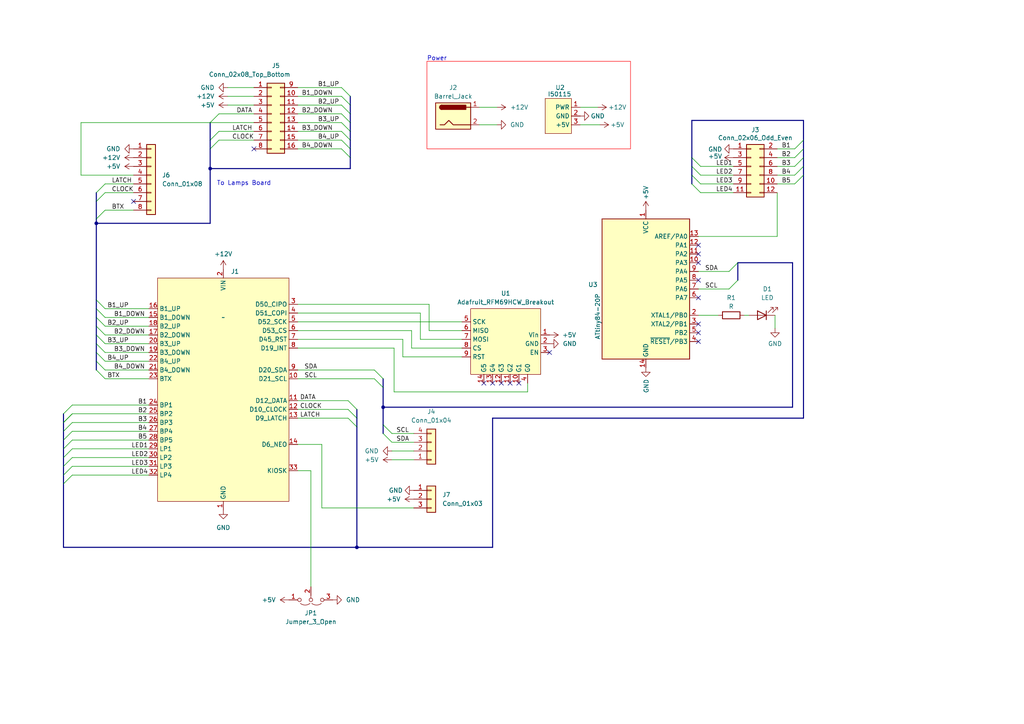
<source format=kicad_sch>
(kicad_sch (version 20230121) (generator eeschema)
  (paper "A4")
  (lib_symbols
    (symbol "Connector:Barrel_Jack" (pin_names (offset 1.016))
      (property "Reference" "J" (at 0 5.334 0))
      (property "Value" "Barrel_Jack" (at 0 -5.08 0))
      (symbol "Barrel_Jack_0_1"
        (rectangle (start -5.08 3.81) (end 5.08 -3.81) (stroke (width 0.254)) (fill (type background)))
        (arc (start -3.302 3.175) (mid -3.9343 2.54) (end -3.302 1.905) (stroke (width 0.254)))
        (arc (start -3.302 3.175) (mid -3.9343 2.54) (end -3.302 1.905) (stroke (width 0.254)) (fill (type outline)))
        (polyline (pts (xy 5.08 2.54) (xy 3.81 2.54)) (stroke (width 0.254)))
        (polyline (pts (xy -3.81 -2.54) (xy -2.54 -2.54) (xy -1.27 -1.27) (xy 0 -2.54) (xy 2.54 -2.54) (xy 5.08 -2.54)) (stroke (width 0.254)))
        (rectangle (start 3.683 3.175) (end -3.302 1.905) (stroke (width 0.254)) (fill (type outline)))
      )
      (symbol "Barrel_Jack_1_1"
        (pin passive line (at 7.62 2.54 180) (length 2.54) (name "~") (number "1"))
        (pin passive line (at 7.62 -2.54 180) (length 2.54) (name "~") (number "2"))
      )
    )
    (symbol "Connector_Generic:Conn_01x03" (pin_names (offset 1.016) hide)
      (property "Reference" "J" (at 0 5.08 0))
      (property "Value" "Conn_01x03" (at 0 -5.08 0))
      (symbol "Conn_01x03_1_1"
        (rectangle (start -1.27 -2.413) (end 0 -2.667) (stroke (width 0.1524)))
        (rectangle (start -1.27 0.127) (end 0 -0.127) (stroke (width 0.1524)))
        (rectangle (start -1.27 2.667) (end 0 2.413) (stroke (width 0.1524)))
        (rectangle (start -1.27 3.81) (end 1.27 -3.81) (stroke (width 0.254)) (fill (type background)))
        (pin passive line (at -5.08 2.54 0) (length 3.81) (name "Pin_1") (number "1"))
        (pin passive line (at -5.08 0 0) (length 3.81) (name "Pin_2") (number "2"))
        (pin passive line (at -5.08 -2.54 0) (length 3.81) (name "Pin_3") (number "3"))
      )
    )
    (symbol "Connector_Generic:Conn_01x04" (pin_names (offset 1.016) hide)
      (property "Reference" "J" (at 0 5.08 0))
      (property "Value" "Conn_01x04" (at 0 -7.62 0))
      (symbol "Conn_01x04_1_1"
        (rectangle (start -1.27 -4.953) (end 0 -5.207) (stroke (width 0.1524)))
        (rectangle (start -1.27 -2.413) (end 0 -2.667) (stroke (width 0.1524)))
        (rectangle (start -1.27 0.127) (end 0 -0.127) (stroke (width 0.1524)))
        (rectangle (start -1.27 2.667) (end 0 2.413) (stroke (width 0.1524)))
        (rectangle (start -1.27 3.81) (end 1.27 -6.35) (stroke (width 0.254)) (fill (type background)))
        (pin passive line (at -5.08 2.54 0) (length 3.81) (name "Pin_1") (number "1"))
        (pin passive line (at -5.08 0 0) (length 3.81) (name "Pin_2") (number "2"))
        (pin passive line (at -5.08 -2.54 0) (length 3.81) (name "Pin_3") (number "3"))
        (pin passive line (at -5.08 -5.08 0) (length 3.81) (name "Pin_4") (number "4"))
      )
    )
    (symbol "Connector_Generic:Conn_01x08" (pin_names (offset 1.016) hide)
      (property "Reference" "J" (at 0 10.16 0))
      (property "Value" "Conn_01x08" (at 0 -12.7 0))
      (symbol "Conn_01x08_1_1"
        (rectangle (start -1.27 -10.033) (end 0 -10.287) (stroke (width 0.1524)))
        (rectangle (start -1.27 -7.493) (end 0 -7.747) (stroke (width 0.1524)))
        (rectangle (start -1.27 -4.953) (end 0 -5.207) (stroke (width 0.1524)))
        (rectangle (start -1.27 -2.413) (end 0 -2.667) (stroke (width 0.1524)))
        (rectangle (start -1.27 0.127) (end 0 -0.127) (stroke (width 0.1524)))
        (rectangle (start -1.27 2.667) (end 0 2.413) (stroke (width 0.1524)))
        (rectangle (start -1.27 5.207) (end 0 4.953) (stroke (width 0.1524)))
        (rectangle (start -1.27 7.747) (end 0 7.493) (stroke (width 0.1524)))
        (rectangle (start -1.27 8.89) (end 1.27 -11.43) (stroke (width 0.254)) (fill (type background)))
        (pin passive line (at -5.08 7.62 0) (length 3.81) (name "Pin_1") (number "1"))
        (pin passive line (at -5.08 5.08 0) (length 3.81) (name "Pin_2") (number "2"))
        (pin passive line (at -5.08 2.54 0) (length 3.81) (name "Pin_3") (number "3"))
        (pin passive line (at -5.08 0 0) (length 3.81) (name "Pin_4") (number "4"))
        (pin passive line (at -5.08 -2.54 0) (length 3.81) (name "Pin_5") (number "5"))
        (pin passive line (at -5.08 -5.08 0) (length 3.81) (name "Pin_6") (number "6"))
        (pin passive line (at -5.08 -7.62 0) (length 3.81) (name "Pin_7") (number "7"))
        (pin passive line (at -5.08 -10.16 0) (length 3.81) (name "Pin_8") (number "8"))
      )
    )
    (symbol "Connector_Generic:Conn_02x06_Odd_Even" (pin_names (offset 1.016) hide)
      (property "Reference" "J" (at 1.27 7.62 0))
      (property "Value" "Conn_02x06_Odd_Even" (at 1.27 -10.16 0))
      (symbol "Conn_02x06_Odd_Even_1_1"
        (rectangle (start -1.27 -7.493) (end 0 -7.747) (stroke (width 0.1524)))
        (rectangle (start -1.27 -4.953) (end 0 -5.207) (stroke (width 0.1524)))
        (rectangle (start -1.27 -2.413) (end 0 -2.667) (stroke (width 0.1524)))
        (rectangle (start -1.27 0.127) (end 0 -0.127) (stroke (width 0.1524)))
        (rectangle (start -1.27 2.667) (end 0 2.413) (stroke (width 0.1524)))
        (rectangle (start -1.27 5.207) (end 0 4.953) (stroke (width 0.1524)))
        (rectangle (start -1.27 6.35) (end 3.81 -8.89) (stroke (width 0.254)) (fill (type background)))
        (rectangle (start 3.81 -7.493) (end 2.54 -7.747) (stroke (width 0.1524)))
        (rectangle (start 3.81 -4.953) (end 2.54 -5.207) (stroke (width 0.1524)))
        (rectangle (start 3.81 -2.413) (end 2.54 -2.667) (stroke (width 0.1524)))
        (rectangle (start 3.81 0.127) (end 2.54 -0.127) (stroke (width 0.1524)))
        (rectangle (start 3.81 2.667) (end 2.54 2.413) (stroke (width 0.1524)))
        (rectangle (start 3.81 5.207) (end 2.54 4.953) (stroke (width 0.1524)))
        (pin passive line (at -5.08 5.08 0) (length 3.81) (name "Pin_1") (number "1"))
        (pin passive line (at 7.62 -5.08 180) (length 3.81) (name "Pin_10") (number "10"))
        (pin passive line (at -5.08 -7.62 0) (length 3.81) (name "Pin_11") (number "11"))
        (pin passive line (at 7.62 -7.62 180) (length 3.81) (name "Pin_12") (number "12"))
        (pin passive line (at 7.62 5.08 180) (length 3.81) (name "Pin_2") (number "2"))
        (pin passive line (at -5.08 2.54 0) (length 3.81) (name "Pin_3") (number "3"))
        (pin passive line (at 7.62 2.54 180) (length 3.81) (name "Pin_4") (number "4"))
        (pin passive line (at -5.08 0 0) (length 3.81) (name "Pin_5") (number "5"))
        (pin passive line (at 7.62 0 180) (length 3.81) (name "Pin_6") (number "6"))
        (pin passive line (at -5.08 -2.54 0) (length 3.81) (name "Pin_7") (number "7"))
        (pin passive line (at 7.62 -2.54 180) (length 3.81) (name "Pin_8") (number "8"))
        (pin passive line (at -5.08 -5.08 0) (length 3.81) (name "Pin_9") (number "9"))
      )
    )
    (symbol "Connector_Generic:Conn_02x08_Top_Bottom" (pin_names (offset 1.016) hide)
      (property "Reference" "J" (at 1.27 10.16 0))
      (property "Value" "Conn_02x08_Top_Bottom" (at 1.27 -12.7 0))
      (symbol "Conn_02x08_Top_Bottom_1_1"
        (rectangle (start -1.27 -10.033) (end 0 -10.287) (stroke (width 0.1524)))
        (rectangle (start -1.27 -7.493) (end 0 -7.747) (stroke (width 0.1524)))
        (rectangle (start -1.27 -4.953) (end 0 -5.207) (stroke (width 0.1524)))
        (rectangle (start -1.27 -2.413) (end 0 -2.667) (stroke (width 0.1524)))
        (rectangle (start -1.27 0.127) (end 0 -0.127) (stroke (width 0.1524)))
        (rectangle (start -1.27 2.667) (end 0 2.413) (stroke (width 0.1524)))
        (rectangle (start -1.27 5.207) (end 0 4.953) (stroke (width 0.1524)))
        (rectangle (start -1.27 7.747) (end 0 7.493) (stroke (width 0.1524)))
        (rectangle (start -1.27 8.89) (end 3.81 -11.43) (stroke (width 0.254)) (fill (type background)))
        (rectangle (start 3.81 -10.033) (end 2.54 -10.287) (stroke (width 0.1524)))
        (rectangle (start 3.81 -7.493) (end 2.54 -7.747) (stroke (width 0.1524)))
        (rectangle (start 3.81 -4.953) (end 2.54 -5.207) (stroke (width 0.1524)))
        (rectangle (start 3.81 -2.413) (end 2.54 -2.667) (stroke (width 0.1524)))
        (rectangle (start 3.81 0.127) (end 2.54 -0.127) (stroke (width 0.1524)))
        (rectangle (start 3.81 2.667) (end 2.54 2.413) (stroke (width 0.1524)))
        (rectangle (start 3.81 5.207) (end 2.54 4.953) (stroke (width 0.1524)))
        (rectangle (start 3.81 7.747) (end 2.54 7.493) (stroke (width 0.1524)))
        (pin passive line (at -5.08 7.62 0) (length 3.81) (name "Pin_1") (number "1"))
        (pin passive line (at 7.62 5.08 180) (length 3.81) (name "Pin_10") (number "10"))
        (pin passive line (at 7.62 2.54 180) (length 3.81) (name "Pin_11") (number "11"))
        (pin passive line (at 7.62 0 180) (length 3.81) (name "Pin_12") (number "12"))
        (pin passive line (at 7.62 -2.54 180) (length 3.81) (name "Pin_13") (number "13"))
        (pin passive line (at 7.62 -5.08 180) (length 3.81) (name "Pin_14") (number "14"))
        (pin passive line (at 7.62 -7.62 180) (length 3.81) (name "Pin_15") (number "15"))
        (pin passive line (at 7.62 -10.16 180) (length 3.81) (name "Pin_16") (number "16"))
        (pin passive line (at -5.08 5.08 0) (length 3.81) (name "Pin_2") (number "2"))
        (pin passive line (at -5.08 2.54 0) (length 3.81) (name "Pin_3") (number "3"))
        (pin passive line (at -5.08 0 0) (length 3.81) (name "Pin_4") (number "4"))
        (pin passive line (at -5.08 -2.54 0) (length 3.81) (name "Pin_5") (number "5"))
        (pin passive line (at -5.08 -5.08 0) (length 3.81) (name "Pin_6") (number "6"))
        (pin passive line (at -5.08 -7.62 0) (length 3.81) (name "Pin_7") (number "7"))
        (pin passive line (at -5.08 -10.16 0) (length 3.81) (name "Pin_8") (number "8"))
        (pin passive line (at 7.62 7.62 180) (length 3.81) (name "Pin_9") (number "9"))
      )
    )
    (symbol "Device:LED" (pin_numbers hide) (pin_names (offset 1.016) hide)
      (property "Reference" "D" (at 0 2.54 0))
      (property "Value" "LED" (at 0 -2.54 0))
      (symbol "LED_0_1"
        (polyline (pts (xy -1.27 -1.27) (xy -1.27 1.27)) (stroke (width 0.254)))
        (polyline (pts (xy -1.27 0) (xy 1.27 0)))
        (polyline (pts (xy 1.27 -1.27) (xy 1.27 1.27) (xy -1.27 0) (xy 1.27 -1.27)) (stroke (width 0.254)))
        (polyline (pts (xy -3.048 -0.762) (xy -4.572 -2.286) (xy -3.81 -2.286) (xy -4.572 -2.286) (xy -4.572 -1.524)))
        (polyline (pts (xy -1.778 -0.762) (xy -3.302 -2.286) (xy -2.54 -2.286) (xy -3.302 -2.286) (xy -3.302 -1.524)))
      )
      (symbol "LED_1_1"
        (pin passive line (at -3.81 0 0) (length 2.54) (name "K") (number "1"))
        (pin passive line (at 3.81 0 180) (length 2.54) (name "A") (number "2"))
      )
    )
    (symbol "Device:R" (pin_numbers hide) (pin_names (offset 0))
      (property "Reference" "R" (at 2.032 0 90))
      (property "Value" "R" (at 0 0 90))
      (symbol "R_0_1"
        (rectangle (start -1.016 -2.54) (end 1.016 2.54) (stroke (width 0.254)))
      )
      (symbol "R_1_1"
        (pin passive line (at 0 3.81 270) (length 1.27) (name "~") (number "1"))
        (pin passive line (at 0 -3.81 90) (length 1.27) (name "~") (number "2"))
      )
    )
    (symbol "Jumper:Jumper_3_Open" (pin_names (offset 0) hide)
      (property "Reference" "JP" (at -2.54 -2.54 0))
      (property "Value" "Jumper_3_Open" (at 0 2.794 0))
      (symbol "Jumper_3_Open_0_0"
        (circle (center -3.302 0) (radius 0.508))
        (circle (center 0 0) (radius 0.508))
        (circle (center 3.302 0) (radius 0.508))
      )
      (symbol "Jumper_3_Open_0_1"
        (arc (start -0.254 1.016) (mid -1.651 1.4992) (end -3.048 1.016))
        (polyline (pts (xy 0 -0.508) (xy 0 -1.27)))
        (arc (start 3.048 1.016) (mid 1.651 1.4992) (end 0.254 1.016))
      )
      (symbol "Jumper_3_Open_1_1"
        (pin passive line (at -6.35 0 0) (length 2.54) (name "A") (number "1"))
        (pin passive line (at 0 -3.81 90) (length 2.54) (name "C") (number "2"))
        (pin passive line (at 6.35 0 180) (length 2.54) (name "B") (number "3"))
      )
    )
    (symbol "MCU_Microchip_ATtiny:ATtiny84-20P"
      (property "Reference" "U" (at -12.7 21.59 0))
      (property "Value" "ATtiny84-20P" (at 2.54 -21.59 0))
      (symbol "ATtiny84-20P_0_1"
        (rectangle (start -12.7 -20.32) (end 12.7 20.32) (stroke (width 0.254)) (fill (type background)))
      )
      (symbol "ATtiny84-20P_1_1"
        (pin power_in line (at 0 22.86 270) (length 2.54) (name "VCC") (number "1"))
        (pin bidirectional line (at 15.24 7.62 180) (length 2.54) (name "PA3") (number "10"))
        (pin bidirectional line (at 15.24 10.16 180) (length 2.54) (name "PA2") (number "11"))
        (pin bidirectional line (at 15.24 12.7 180) (length 2.54) (name "PA1") (number "12"))
        (pin bidirectional line (at 15.24 15.24 180) (length 2.54) (name "AREF/PA0") (number "13"))
        (pin power_in line (at 0 -22.86 90) (length 2.54) (name "GND") (number "14"))
        (pin bidirectional line (at 15.24 -7.62 180) (length 2.54) (name "XTAL1/PB0") (number "2"))
        (pin bidirectional line (at 15.24 -10.16 180) (length 2.54) (name "XTAL2/PB1") (number "3"))
        (pin bidirectional line (at 15.24 -15.24 180) (length 2.54) (name "~{RESET}/PB3") (number "4"))
        (pin bidirectional line (at 15.24 -12.7 180) (length 2.54) (name "PB2") (number "5"))
        (pin bidirectional line (at 15.24 -2.54 180) (length 2.54) (name "PA7") (number "6"))
        (pin bidirectional line (at 15.24 0 180) (length 2.54) (name "PA6") (number "7"))
        (pin bidirectional line (at 15.24 2.54 180) (length 2.54) (name "PA5") (number "8"))
        (pin bidirectional line (at 15.24 5.08 180) (length 2.54) (name "PA4") (number "9"))
      )
    )
    (symbol "SMM:Adafruit_RFM69HCW_Breakout"
      (property "Reference" "U" (at 0 1.27 0))
      (property "Value" "Adafruit_RFM69HCW_Breakout" (at 0 11.43 0))
      (symbol "Adafruit_RFM69HCW_Breakout_0_1"
        (rectangle (start -10.16 10.16) (end 10.16 -8.89) (fill (type background)))
      )
      (symbol "Adafruit_RFM69HCW_Breakout_1_1"
        (pin power_in line (at -12.7 2.54 0) (length 2.54) (name "Vin") (number "1"))
        (pin output line (at -3.81 -11.43 90) (length 2.54) (name "G1") (number "10"))
        (pin output line (at -1.27 -11.43 90) (length 2.54) (name "G2") (number "11"))
        (pin output line (at 1.27 -11.43 90) (length 2.54) (name "G3") (number "12"))
        (pin output line (at 3.81 -11.43 90) (length 2.54) (name "G4") (number "13"))
        (pin output line (at 6.35 -11.43 90) (length 2.54) (name "G5") (number "14"))
        (pin power_in line (at -12.7 0 0) (length 2.54) (name "GND") (number "2"))
        (pin input line (at -12.7 -2.54 0) (length 2.54) (name "EN") (number "3"))
        (pin output line (at -6.35 -11.43 90) (length 2.54) (name "G0") (number "4"))
        (pin input line (at 12.7 6.35 180) (length 2.54) (name "SCK") (number "5"))
        (pin input line (at 12.7 3.81 180) (length 2.54) (name "MISO") (number "6"))
        (pin input line (at 12.7 1.27 180) (length 2.54) (name "MOSI") (number "7"))
        (pin input line (at 12.7 -1.27 180) (length 2.54) (name "CS") (number "8"))
        (pin input line (at 12.7 -3.81 180) (length 2.54) (name "RST") (number "9"))
      )
    )
    (symbol "SMM:I50115"
      (property "Reference" "U" (at 0 0 0))
      (property "Value" "I50115" (at 0 -2.54 0))
      (symbol "I50115_0_1"
        (rectangle (start -5.08 -1.27) (end 5.08 -8.89) (stroke (width 0.1524)) (fill (type background)))
      )
      (symbol "I50115_1_1"
        (pin power_in line (at -2.54 -11.43 90) (length 2.54) (name "PWR") (number "1"))
        (pin unspecified line (at 0 -11.43 90) (length 2.54) (name "GND") (number "2"))
        (pin power_out line (at 2.54 -11.43 90) (length 2.54) (name "+5V") (number "3"))
      )
    )
    (symbol "iowa-rover:Mega_Connector"
      (property "Reference" "J" (at 0 0 0))
      (symbol "Mega_Connector_1_1"
        (rectangle (start -19.05 11.43) (end 19.05 -53.34) (fill (type background)))
        (pin input line (at 0 -55.88 90) (length 2.54) (name "GND") (number "1"))
        (pin input line (at 21.59 -17.78 180) (length 2.54) (name "D21_SCL") (number "10"))
        (pin input line (at 21.59 -24.13 180) (length 2.54) (name "D12_DATA") (number "11"))
        (pin input line (at 21.59 -26.67 180) (length 2.54) (name "D10_CLOCK") (number "12"))
        (pin input line (at 21.59 -29.21 180) (length 2.54) (name "D9_LATCH") (number "13"))
        (pin input line (at 21.59 -36.83 180) (length 2.54) (name "D6_NEO") (number "14"))
        (pin input line (at -21.59 0 0) (length 2.54) (name "B1_DOWN") (number "15"))
        (pin input line (at -21.59 2.54 0) (length 2.54) (name "B1_UP") (number "16"))
        (pin input line (at -21.59 -5.08 0) (length 2.54) (name "B2_DOWN") (number "17"))
        (pin input line (at -21.59 -2.54 0) (length 2.54) (name "B2_UP") (number "18"))
        (pin input line (at -21.59 -10.16 0) (length 2.54) (name "B3_DOWN") (number "19"))
        (pin input line (at 0 13.97 270) (length 2.54) (name "VIN") (number "2"))
        (pin input line (at -21.59 -7.62 0) (length 2.54) (name "B3_UP") (number "20"))
        (pin input line (at -21.59 -15.24 0) (length 2.54) (name "B4_DOWN") (number "21"))
        (pin input line (at -21.59 -12.7 0) (length 2.54) (name "B4_UP") (number "22"))
        (pin input line (at -21.59 -17.78 0) (length 2.54) (name "BTX") (number "23"))
        (pin input line (at -21.59 -25.4 0) (length 2.54) (name "BP1") (number "24"))
        (pin input line (at -21.59 -27.94 0) (length 2.54) (name "BP2") (number "25"))
        (pin input line (at -21.59 -30.48 0) (length 2.54) (name "BP3") (number "26"))
        (pin input line (at -21.59 -33.02 0) (length 2.54) (name "BP4") (number "27"))
        (pin input line (at -21.59 -35.56 0) (length 2.54) (name "BP5") (number "28"))
        (pin input line (at -21.59 -38.1 0) (length 2.54) (name "LP1") (number "29"))
        (pin input line (at 21.59 3.81 180) (length 2.54) (name "D50_CIPO") (number "3"))
        (pin input line (at -21.59 -40.64 0) (length 2.54) (name "LP2") (number "30"))
        (pin input line (at -21.59 -43.18 0) (length 2.54) (name "LP3") (number "31"))
        (pin input line (at -21.59 -45.72 0) (length 2.54) (name "LP4") (number "32"))
        (pin input line (at 21.59 -44.45 180) (length 2.54) (name "KIOSK") (number "33"))
        (pin no_connect line (at 43.18 -15.24 180) (length 2.54) hide (name "NC") (number "34"))
        (pin no_connect line (at 43.18 -17.78 180) (length 2.54) hide (name "NC") (number "35"))
        (pin no_connect line (at 43.18 -20.32 180) (length 2.54) hide (name "NC") (number "36"))
        (pin no_connect line (at 43.18 -22.86 180) (length 2.54) hide (name "NC") (number "37"))
        (pin no_connect line (at 43.18 -25.4 180) (length 2.54) hide (name "NC") (number "38"))
        (pin no_connect line (at 43.18 -27.94 180) (length 2.54) hide (name "NC") (number "39"))
        (pin input line (at 21.59 1.27 180) (length 2.54) (name "D51_COPI") (number "4"))
        (pin no_connect line (at 43.18 -30.48 180) (length 2.54) hide (name "NC") (number "40"))
        (pin input line (at 21.59 -1.27 180) (length 2.54) (name "D52_SCK") (number "5"))
        (pin input line (at 21.59 -3.81 180) (length 2.54) (name "D53_CS") (number "6"))
        (pin input line (at 21.59 -6.35 180) (length 2.54) (name "D45_RST") (number "7"))
        (pin input line (at 21.59 -8.89 180) (length 2.54) (name "D19_INT") (number "8"))
        (pin input line (at 21.59 -15.24 180) (length 2.54) (name "D20_SDA") (number "9"))
      )
    )
    (symbol "power:+12V" (power) (pin_names (offset 0))
      (property "Value" "+12V" (at 0 3.556 0))
      (symbol "+12V_0_1"
        (polyline (pts (xy -0.762 1.27) (xy 0 2.54)))
        (polyline (pts (xy 0 0) (xy 0 2.54)))
        (polyline (pts (xy 0 2.54) (xy 0.762 1.27)))
      )
      (symbol "+12V_1_1"
        (pin power_in line (at 0 0 90) (length 0) hide (name "+12V") (number "1"))
      )
    )
    (symbol "power:+5V" (power) (pin_names (offset 0))
      (property "Value" "+5V" (at 0 3.556 0))
      (symbol "+5V_0_1"
        (polyline (pts (xy -0.762 1.27) (xy 0 2.54)))
        (polyline (pts (xy 0 0) (xy 0 2.54)))
        (polyline (pts (xy 0 2.54) (xy 0.762 1.27)))
      )
      (symbol "+5V_1_1"
        (pin power_in line (at 0 0 90) (length 0) hide (name "+5V") (number "1"))
      )
    )
    (symbol "power:GND" (power) (pin_names (offset 0))
      (property "Value" "GND" (at 0 -3.81 0))
      (symbol "GND_0_1"
        (polyline (pts (xy 0 0) (xy 0 -1.27) (xy 1.27 -1.27) (xy 0 -2.54) (xy -1.27 -1.27) (xy 0 -1.27)))
      )
      (symbol "GND_1_1"
        (pin power_in line (at 0 0 270) (length 0) hide (name "GND") (number "1"))
      )
    )
  )
  (junction (at 60.96 48.895))
  (junction (at 111.125 118.11))
  (junction (at 103.505 158.75))
  (junction (at 27.94 64.77))
  (no_connect (at 147.955 111.125))
  (no_connect (at 202.565 99.06))
  (no_connect (at 145.415 111.125))
  (no_connect (at 202.565 86.36))
  (no_connect (at 159.385 102.235))
  (no_connect (at 202.565 71.12))
  (no_connect (at 202.565 76.2))
  (no_connect (at 202.565 73.66))
  (no_connect (at 202.565 81.28))
  (no_connect (at 150.495 111.125))
  (no_connect (at 202.565 93.98))
  (no_connect (at 142.875 111.125))
  (no_connect (at 38.735 58.42))
  (no_connect (at 140.335 111.125))
  (no_connect (at 202.565 96.52))
  (no_connect (at 73.66 43.18))
  (bus_entry (at 100.965 118.745) (size 2.54 2.54))
  (bus_entry (at 30.48 89.535) (size -2.54 -2.54))
  (bus_entry (at 211.455 83.82) (size 2.54 -2.54))
  (bus_entry (at 20.955 120.015) (size -2.54 2.54))
  (bus_entry (at 20.955 117.475) (size -2.54 2.54))
  (bus_entry (at 108.585 107.315) (size 2.54 2.54))
  (bus_entry (at 20.955 127.635) (size -2.54 2.54))
  (bus_entry (at 99.06 30.48) (size 2.54 2.54))
  (bus_entry (at 100.965 121.285) (size 2.54 2.54))
  (bus_entry (at 20.955 122.555) (size -2.54 2.54))
  (bus_entry (at 203.2 50.8) (size -2.54 -2.54))
  (bus_entry (at 108.585 109.855) (size 2.54 2.54))
  (bus_entry (at 30.48 53.34) (size -2.54 2.54))
  (bus_entry (at 99.06 33.02) (size 2.54 2.54))
  (bus_entry (at 99.06 25.4) (size 2.54 2.54))
  (bus_entry (at 30.48 97.155) (size -2.54 -2.54))
  (bus_entry (at 30.48 99.695) (size -2.54 -2.54))
  (bus_entry (at 113.665 128.27) (size -2.54 -2.54))
  (bus_entry (at 230.505 53.34) (size 2.54 -2.54))
  (bus_entry (at 230.505 50.8) (size 2.54 -2.54))
  (bus_entry (at 99.06 38.1) (size 2.54 2.54))
  (bus_entry (at 203.2 53.34) (size -2.54 -2.54))
  (bus_entry (at 30.48 92.075) (size -2.54 -2.54))
  (bus_entry (at 20.955 132.715) (size -2.54 2.54))
  (bus_entry (at 30.48 104.775) (size -2.54 -2.54))
  (bus_entry (at 63.5 33.02) (size -2.54 2.54))
  (bus_entry (at 30.48 55.88) (size -2.54 2.54))
  (bus_entry (at 99.06 35.56) (size 2.54 2.54))
  (bus_entry (at 113.665 125.73) (size -2.54 -2.54))
  (bus_entry (at 99.06 43.18) (size 2.54 2.54))
  (bus_entry (at 230.505 48.26) (size 2.54 -2.54))
  (bus_entry (at 211.455 78.74) (size 2.54 -2.54))
  (bus_entry (at 30.48 94.615) (size -2.54 -2.54))
  (bus_entry (at 203.2 55.88) (size -2.54 -2.54))
  (bus_entry (at 20.955 120.015) (size -2.54 2.54))
  (bus_entry (at 230.505 45.72) (size 2.54 -2.54))
  (bus_entry (at 63.5 38.1) (size -2.54 2.54))
  (bus_entry (at 100.965 116.205) (size 2.54 2.54))
  (bus_entry (at 230.505 43.18) (size 2.54 -2.54))
  (bus_entry (at 20.955 125.095) (size -2.54 2.54))
  (bus_entry (at 203.2 48.26) (size -2.54 -2.54))
  (bus_entry (at 20.955 130.175) (size -2.54 2.54))
  (bus_entry (at 99.06 27.94) (size 2.54 2.54))
  (bus_entry (at 27.94 63.5) (size 2.54 -2.54))
  (bus_entry (at 30.48 107.315) (size -2.54 -2.54))
  (bus_entry (at 30.48 102.235) (size -2.54 -2.54))
  (bus_entry (at 30.48 109.855) (size -2.54 -2.54))
  (bus_entry (at 20.955 137.795) (size -2.54 2.54))
  (bus_entry (at 99.06 40.64) (size 2.54 2.54))
  (bus_entry (at 63.5 40.64) (size -2.54 2.54))
  (bus_entry (at 20.955 135.255) (size -2.54 2.54))
  (wire (pts (xy 224.79 95.25) (xy 224.79 91.44)))
  (wire (pts (xy 113.665 133.35) (xy 120.015 133.35)))
  (wire (pts (xy 113.665 128.27) (xy 120.015 128.27)))
  (wire (pts (xy 230.505 43.18) (xy 225.425 43.18)))
  (wire (pts (xy 20.955 137.795) (xy 43.18 137.795)))
  (bus (pts (xy 60.96 40.64) (xy 60.96 43.18)))
  (bus (pts (xy 27.94 58.42) (xy 27.94 63.5)))
  (bus (pts (xy 27.94 104.775) (xy 27.94 102.235)))
  (bus (pts (xy 200.66 50.8) (xy 200.66 48.26)))
  (wire (pts (xy 99.06 38.1) (xy 86.36 38.1)))
  (wire (pts (xy 203.2 50.8) (xy 212.725 50.8)))
  (wire (pts (xy 20.955 117.475) (xy 43.18 117.475)))
  (wire (pts (xy 124.46 88.265) (xy 86.36 88.265)))
  (wire (pts (xy 90.17 136.525) (xy 86.36 136.525)))
  (wire (pts (xy 86.36 98.425) (xy 116.84 98.425)))
  (wire (pts (xy 230.505 53.34) (xy 225.425 53.34)))
  (wire (pts (xy 20.955 135.255) (xy 43.18 135.255)))
  (bus (pts (xy 27.94 64.77) (xy 60.96 64.77)))
  (bus (pts (xy 27.94 102.235) (xy 27.94 99.695)))
  (wire (pts (xy 20.955 125.095) (xy 43.18 125.095)))
  (bus (pts (xy 60.96 35.56) (xy 60.96 40.64)))
  (bus (pts (xy 101.6 48.895) (xy 60.96 48.895)))
  (wire (pts (xy 225.425 55.88) (xy 225.425 68.58)))
  (wire (pts (xy 20.955 132.715) (xy 43.18 132.715)))
  (wire (pts (xy 20.955 122.555) (xy 43.18 122.555)))
  (bus (pts (xy 60.96 48.895) (xy 60.96 64.77)))
  (bus (pts (xy 233.045 121.285) (xy 142.875 121.285)))
  (bus (pts (xy 111.125 125.73) (xy 111.125 123.19)))
  (wire (pts (xy 121.92 90.805) (xy 121.92 98.425)))
  (wire (pts (xy 225.425 68.58) (xy 202.565 68.58)))
  (wire (pts (xy 124.46 95.885) (xy 124.46 88.265)))
  (wire (pts (xy 203.2 53.34) (xy 212.725 53.34)))
  (wire (pts (xy 202.565 83.82) (xy 211.455 83.82)))
  (wire (pts (xy 99.06 35.56) (xy 86.36 35.56)))
  (bus (pts (xy 233.045 50.8) (xy 233.045 48.26)))
  (bus (pts (xy 103.505 121.285) (xy 103.505 123.825)))
  (bus (pts (xy 101.6 40.64) (xy 101.6 43.18)))
  (wire (pts (xy 30.48 104.775) (xy 43.18 104.775)))
  (wire (pts (xy 86.36 95.885) (xy 119.38 95.885)))
  (wire (pts (xy 119.38 100.965) (xy 133.985 100.965)))
  (bus (pts (xy 27.94 89.535) (xy 27.94 86.995)))
  (bus (pts (xy 229.87 76.2) (xy 229.87 118.11)))
  (bus (pts (xy 200.66 53.34) (xy 200.66 50.8)))
  (wire (pts (xy 63.5 40.64) (xy 73.66 40.64)))
  (wire (pts (xy 99.06 27.94) (xy 86.36 27.94)))
  (wire (pts (xy 230.505 45.72) (xy 225.425 45.72)))
  (wire (pts (xy 86.36 90.805) (xy 121.92 90.805)))
  (wire (pts (xy 173.355 31.115) (xy 168.275 31.115)))
  (wire (pts (xy 30.48 109.855) (xy 43.18 109.855)))
  (wire (pts (xy 63.5 33.02) (xy 73.66 33.02)))
  (wire (pts (xy 86.36 128.905) (xy 93.345 128.905)))
  (bus (pts (xy 111.125 109.855) (xy 111.125 112.395)))
  (bus (pts (xy 18.415 127.635) (xy 18.415 130.175)))
  (wire (pts (xy 66.04 25.4) (xy 73.66 25.4)))
  (bus (pts (xy 18.415 132.715) (xy 18.415 135.255)))
  (wire (pts (xy 86.36 100.965) (xy 114.3 100.965)))
  (bus (pts (xy 18.415 130.175) (xy 18.415 132.715)))
  (wire (pts (xy 23.495 50.8) (xy 38.735 50.8)))
  (wire (pts (xy 20.955 130.175) (xy 43.18 130.175)))
  (wire (pts (xy 86.36 121.285) (xy 100.965 121.285)))
  (wire (pts (xy 86.36 93.345) (xy 133.985 93.345)))
  (wire (pts (xy 99.06 30.48) (xy 86.36 30.48)))
  (bus (pts (xy 18.415 125.095) (xy 18.415 127.635)))
  (bus (pts (xy 233.045 45.72) (xy 233.045 43.18)))
  (wire (pts (xy 23.495 35.56) (xy 23.495 50.8)))
  (bus (pts (xy 18.415 122.555) (xy 18.415 120.015)))
  (bus (pts (xy 27.94 64.77) (xy 27.94 86.995)))
  (wire (pts (xy 30.48 60.96) (xy 38.735 60.96)))
  (bus (pts (xy 200.66 48.26) (xy 200.66 45.72)))
  (wire (pts (xy 86.36 118.745) (xy 100.965 118.745)))
  (wire (pts (xy 99.06 43.18) (xy 86.36 43.18)))
  (bus (pts (xy 111.125 118.11) (xy 229.87 118.11)))
  (wire (pts (xy 30.48 97.155) (xy 43.18 97.155)))
  (wire (pts (xy 86.36 107.315) (xy 108.585 107.315)))
  (wire (pts (xy 230.505 50.8) (xy 225.425 50.8)))
  (wire (pts (xy 116.84 103.505) (xy 133.985 103.505)))
  (wire (pts (xy 144.145 36.195) (xy 139.065 36.195)))
  (wire (pts (xy 113.665 125.73) (xy 120.015 125.73)))
  (bus (pts (xy 103.505 123.825) (xy 103.505 158.75)))
  (bus (pts (xy 142.875 121.285) (xy 142.875 158.75)))
  (wire (pts (xy 153.035 113.665) (xy 153.035 111.125)))
  (bus (pts (xy 101.6 45.72) (xy 101.6 48.895)))
  (bus (pts (xy 27.94 99.695) (xy 27.94 97.155)))
  (wire (pts (xy 30.48 107.315) (xy 43.18 107.315)))
  (wire (pts (xy 73.66 35.56) (xy 60.96 35.56)))
  (wire (pts (xy 99.06 33.02) (xy 86.36 33.02)))
  (wire (pts (xy 99.06 40.64) (xy 86.36 40.64)))
  (wire (pts (xy 90.17 136.525) (xy 90.17 170.18)))
  (wire (pts (xy 202.565 91.44) (xy 208.28 91.44)))
  (bus (pts (xy 18.415 122.555) (xy 18.415 125.095)))
  (bus (pts (xy 27.94 94.615) (xy 27.94 92.075)))
  (wire (pts (xy 119.38 95.885) (xy 119.38 100.965)))
  (wire (pts (xy 202.565 78.74) (xy 211.455 78.74)))
  (bus (pts (xy 103.505 118.745) (xy 103.505 121.285)))
  (bus (pts (xy 142.875 158.75) (xy 103.505 158.75)))
  (bus (pts (xy 101.6 30.48) (xy 101.6 33.02)))
  (bus (pts (xy 200.66 45.72) (xy 200.66 34.925)))
  (bus (pts (xy 101.6 27.94) (xy 101.6 30.48)))
  (bus (pts (xy 60.96 43.18) (xy 60.96 48.895)))
  (bus (pts (xy 111.125 118.11) (xy 111.125 123.19)))
  (bus (pts (xy 101.6 38.1) (xy 101.6 40.64)))
  (wire (pts (xy 203.2 48.26) (xy 212.725 48.26)))
  (wire (pts (xy 217.17 91.44) (xy 215.9 91.44)))
  (wire (pts (xy 173.99 36.195) (xy 168.275 36.195)))
  (bus (pts (xy 18.415 137.795) (xy 18.415 140.335)))
  (wire (pts (xy 113.665 130.81) (xy 120.015 130.81)))
  (bus (pts (xy 233.045 50.8) (xy 233.045 121.285)))
  (bus (pts (xy 101.6 35.56) (xy 101.6 38.1)))
  (wire (pts (xy 30.48 53.34) (xy 38.735 53.34)))
  (wire (pts (xy 116.84 98.425) (xy 116.84 103.505)))
  (wire (pts (xy 93.345 128.905) (xy 93.345 147.32)))
  (bus (pts (xy 27.94 92.075) (xy 27.94 89.535)))
  (wire (pts (xy 86.36 116.205) (xy 100.965 116.205)))
  (wire (pts (xy 133.985 95.885) (xy 124.46 95.885)))
  (wire (pts (xy 144.145 31.115) (xy 139.065 31.115)))
  (wire (pts (xy 203.2 55.88) (xy 212.725 55.88)))
  (bus (pts (xy 27.94 107.315) (xy 27.94 104.775)))
  (bus (pts (xy 18.415 140.335) (xy 18.415 158.75)))
  (bus (pts (xy 213.995 76.2) (xy 229.87 76.2)))
  (wire (pts (xy 66.04 27.94) (xy 73.66 27.94)))
  (bus (pts (xy 233.045 43.18) (xy 233.045 40.64)))
  (bus (pts (xy 233.045 48.26) (xy 233.045 45.72)))
  (bus (pts (xy 101.6 43.18) (xy 101.6 45.72)))
  (bus (pts (xy 213.995 81.28) (xy 213.995 76.2)))
  (wire (pts (xy 30.48 94.615) (xy 43.18 94.615)))
  (wire (pts (xy 30.48 92.075) (xy 43.18 92.075)))
  (bus (pts (xy 101.6 33.02) (xy 101.6 35.56)))
  (bus (pts (xy 233.045 34.925) (xy 233.045 40.64)))
  (wire (pts (xy 30.48 55.88) (xy 38.735 55.88)))
  (wire (pts (xy 114.3 113.665) (xy 153.035 113.665)))
  (bus (pts (xy 27.94 55.88) (xy 27.94 58.42)))
  (bus (pts (xy 200.66 34.925) (xy 233.045 34.925)))
  (wire (pts (xy 30.48 99.695) (xy 43.18 99.695)))
  (bus (pts (xy 27.94 63.5) (xy 27.94 64.77)))
  (wire (pts (xy 86.36 109.855) (xy 108.585 109.855)))
  (wire (pts (xy 63.5 38.1) (xy 73.66 38.1)))
  (wire (pts (xy 93.345 147.32) (xy 120.015 147.32)))
  (wire (pts (xy 66.04 30.48) (xy 73.66 30.48)))
  (wire (pts (xy 20.955 127.635) (xy 43.18 127.635)))
  (bus (pts (xy 18.415 135.255) (xy 18.415 137.795)))
  (wire (pts (xy 20.955 120.015) (xy 43.18 120.015)))
  (wire (pts (xy 30.48 89.535) (xy 43.18 89.535)))
  (wire (pts (xy 114.3 100.965) (xy 114.3 113.665)))
  (wire (pts (xy 230.505 48.26) (xy 225.425 48.26)))
  (bus (pts (xy 111.125 112.395) (xy 111.125 118.11)))
  (wire (pts (xy 121.92 98.425) (xy 133.985 98.425)))
  (wire (pts (xy 60.96 35.56) (xy 23.495 35.56)))
  (bus (pts (xy 27.94 97.155) (xy 27.94 94.615)))
  (wire (pts (xy 99.06 25.4) (xy 86.36 25.4)))
  (wire (pts (xy 30.48 102.235) (xy 43.18 102.235)))
  (bus (pts (xy 18.415 158.75) (xy 103.505 158.75)))
  (rectangle (start 123.825 17.78) (end 182.88 43.18) (stroke (width 0) (color 255 12 19 1)))
  (text "Power\n" (at 123.825 17.78 0) (effects (font (size 1.27 1.27)) (justify left bottom)))
  (text "To Lamps Board\n" (at 62.865 53.975 0) (effects (font (size 1.27 1.27)) (justify left bottom)))
  (label "B4_UP" (at 31.115 104.775 0))
  (label "B3_UP" (at 31.115 99.695 0))
  (label "LED2" (at 38.1 132.715 0))
  (label "B4" (at 226.695 50.8 0))
  (label "SCL" (at 88.265 109.855 0))
  (label "LED2" (at 207.645 50.8 0))
  (label "DATA" (at 68.58 33.02 0))
  (label "B5" (at 226.695 53.34 0))
  (label "B1" (at 226.695 43.18 0))
  (label "SCL" (at 204.47 83.82 0))
  (label "LATCH" (at 67.31 38.1 0))
  (label "B3" (at 40.005 122.555 0))
  (label "LED3" (at 207.645 53.34 0))
  (label "B3_UP" (at 98.425 35.56 180))
  (label "B2" (at 226.695 45.72 0))
  (label "SCL" (at 114.935 125.73 0))
  (label "SDA" (at 88.265 107.315 0))
  (label "CLOCK" (at 86.995 118.745 0))
  (label "B3_DOWN" (at 33.02 102.235 0))
  (label "DATA" (at 86.995 116.205 0))
  (label "B4_DOWN" (at 33.02 107.315 0))
  (label "B1_UP" (at 98.425 25.4 180))
  (label "B4_DOWN" (at 96.52 43.18 180))
  (label "LED4" (at 38.1 137.795 0))
  (label "B2_DOWN" (at 33.02 97.155 0))
  (label "B1_DOWN" (at 96.52 27.94 180))
  (label "B2_UP" (at 98.425 30.48 180))
  (label "B2_UP" (at 31.115 94.615 0))
  (label "SDA" (at 204.47 78.74 0))
  (label "B1" (at 40.005 117.475 0))
  (label "CLOCK" (at 32.385 55.88 0))
  (label "LED3" (at 38.1 135.255 0))
  (label "LED4" (at 207.645 55.88 0))
  (label "B4" (at 40.005 125.095 0))
  (label "B4_UP" (at 98.425 40.64 180))
  (label "B1_UP" (at 31.115 89.535 0))
  (label "B1_DOWN" (at 33.02 92.075 0))
  (label "B2_DOWN" (at 96.52 33.02 180))
  (label "LED1" (at 207.645 48.26 0))
  (label "B3_DOWN" (at 96.52 38.1 180))
  (label "B5" (at 40.005 127.635 0))
  (label "B2" (at 40.005 120.015 0))
  (label "CLOCK" (at 67.31 40.64 0))
  (label "BTX" (at 32.385 60.96 0))
  (label "LED1" (at 38.1 130.175 0))
  (label "B3" (at 226.695 48.26 0))
  (label "LATCH" (at 32.385 53.34 0))
  (label "BTX" (at 31.115 109.855 0))
  (label "LATCH" (at 86.995 121.285 0))
  (label "SDA" (at 114.935 128.27 0))
  (symbol (lib_id "power:+5V") (at 212.725 45.72 90) (unit 1)
    (property "Reference" "#PWR011" (effects hide))
    (property "Value" "+5V" (at 209.4738 45.339 90) (effects (justify left)))
  )
  (symbol (lib_id "SMM:Adafruit_RFM69HCW_Breakout") (at 146.685 99.695 0) (mirror y) (unit 1)
    (property "Reference" "U1" (at 146.685 85.09 0))
    (property "Value" "Adafruit_RFM69HCW_Breakout" (at 146.685 87.63 0))
    (property "Footprint" "SMM:Adafruit RFM69HCW Breakout" (effects hide))
  )
  (symbol (lib_id "Connector_Generic:Conn_02x08_Top_Bottom") (at 78.74 33.02 0) (unit 1)
    (property "Reference" "J5" (at 80.01 19.05 0))
    (property "Value" "Conn_02x08_Top_Bottom" (at 72.39 21.59 0))
    (property "Footprint" "Connector_PinHeader_2.54mm:PinHeader_2x08_P2.54mm_Vertical" (effects hide))
  )
  (symbol (lib_id "power:GND") (at 96.52 173.99 90) (unit 1)
    (property "Reference" "#PWR024" (effects hide))
    (property "Value" "GND" (at 100.33 173.99 90) (effects (justify right)))
  )
  (symbol (lib_id "Jumper:Jumper_3_Open") (at 90.17 173.99 0) (mirror x) (unit 1)
    (property "Reference" "JP1" (at 90.17 177.8 0))
    (property "Value" "Jumper_3_Open" (at 90.17 180.34 0))
    (property "Footprint" "Connector_PinHeader_2.54mm:PinHeader_1x03_P2.54mm_Vertical" (effects hide))
  )
  (symbol (lib_id "Connector_Generic:Conn_01x08") (at 43.815 50.8 0) (unit 1)
    (property "Reference" "J6" (at 46.99 50.8 0) (effects (justify left)))
    (property "Value" "Conn_01x08" (at 46.99 53.34 0) (effects (justify left)))
    (property "Footprint" "Connector_PinHeader_2.54mm:PinHeader_2x04_P2.54mm_Vertical" (effects hide))
  )
  (symbol (lib_id "power:+12V") (at 66.04 27.94 90) (mirror x) (unit 1)
    (property "Reference" "#PWR018" (effects hide))
    (property "Value" "+12V" (at 62.23 27.94 90) (effects (justify left)))
  )
  (symbol (lib_id "Connector_Generic:Conn_01x03") (at 125.095 144.78 0) (unit 1)
    (property "Reference" "J7" (at 128.27 143.51 0) (effects (justify left)))
    (property "Value" "Conn_01x03" (at 128.27 146.05 0) (effects (justify left)))
    (property "Footprint" "Connector_Molex:Molex_KK-254_AE-6410-03A_1x03_P2.54mm_Vertical" (effects hide))
  )
  (symbol (lib_id "Device:R") (at 212.09 91.44 90) (unit 1)
    (property "Reference" "R1" (at 212.09 86.36 90))
    (property "Value" "R" (at 212.09 88.9 90))
    (property "Footprint" "SMM:Resistor_L6.3mm_D2.5mm_P10.16mm_Horizontal" (effects hide))
  )
  (symbol (lib_id "power:+12V") (at 64.77 78.105 0) (unit 1)
    (property "Reference" "#PWR03" (effects hide))
    (property "Value" "+12V" (at 64.77 73.66 0))
  )
  (symbol (lib_id "power:+5V") (at 38.735 48.26 90) (unit 1)
    (property "Reference" "#PWR022" (effects hide))
    (property "Value" "+5V" (at 34.925 48.26 90) (effects (justify left)))
  )
  (symbol (lib_id "power:GND") (at 38.735 43.18 270) (unit 1)
    (property "Reference" "#PWR020" (effects hide))
    (property "Value" "GND" (at 34.925 43.18 90) (effects (justify right)))
  )
  (symbol (lib_id "power:+5V") (at 159.385 97.155 270) (unit 1)
    (property "Reference" "#PWR08" (effects hide))
    (property "Value" "+5V" (at 165.1 97.155 90))
  )
  (symbol (lib_id "power:GND") (at 168.275 33.655 90) (mirror x) (unit 1)
    (property "Reference" "#PWR06" (effects hide))
    (property "Value" "GND" (at 173.355 33.655 90))
  )
  (symbol (lib_id "power:+5V") (at 66.04 30.48 90) (unit 1)
    (property "Reference" "#PWR019" (effects hide))
    (property "Value" "+5V" (at 62.23 30.48 90) (effects (justify left)))
  )
  (symbol (lib_id "power:+5V") (at 83.82 173.99 90) (unit 1)
    (property "Reference" "#PWR023" (effects hide))
    (property "Value" "+5V" (at 80.01 173.99 90) (effects (justify left)))
  )
  (symbol (lib_id "power:GND") (at 120.015 142.24 270) (unit 1)
    (property "Reference" "#PWR025" (effects hide))
    (property "Value" "GND" (at 116.84 142.24 90) (effects (justify right)))
  )
  (symbol (lib_id "power:+5V") (at 120.015 144.78 90) (mirror x) (unit 1)
    (property "Reference" "#PWR026" (effects hide))
    (property "Value" "+5V" (at 116.205 144.78 90) (effects (justify left)))
  )
  (symbol (lib_id "power:+5V") (at 187.325 60.96 0) (mirror y) (unit 1)
    (property "Reference" "#PWR012" (effects hide))
    (property "Value" "+5V" (at 187.325 55.88 90))
  )
  (symbol (lib_id "power:+5V") (at 173.99 36.195 270) (mirror x) (unit 1)
    (property "Reference" "#PWR07" (effects hide))
    (property "Value" "+5V" (at 179.07 36.195 90))
  )
  (symbol (lib_id "power:GND") (at 144.145 36.195 90) (unit 1)
    (property "Reference" "#PWR02" (effects hide))
    (property "Value" "GND" (at 147.955 36.195 90) (effects (justify right)))
  )
  (symbol (lib_id "iowa-rover:Mega_Connector") (at 64.77 92.075 0) (unit 1)
    (property "Reference" "J1" (at 66.9641 78.74 0) (effects (justify left)))
    (property "Value" "~" (at 64.77 92.075 0))
    (property "Footprint" "SMM:PinHeader_2x20_Ribbon" (effects hide))
  )
  (symbol (lib_id "power:GND") (at 187.325 106.68 0) (unit 1)
    (property "Reference" "#PWR013" (effects hide))
    (property "Value" "GND" (at 187.452 109.9312 90) (effects (justify right)))
  )
  (symbol (lib_id "Device:LED") (at 220.98 91.44 180) (unit 1)
    (property "Reference" "D1" (at 222.5675 83.82 0))
    (property "Value" "LED" (at 222.5675 86.36 0))
    (property "Footprint" "LED_THT:LED_D3.0mm" (effects hide))
  )
  (symbol (lib_id "power:GND") (at 64.77 147.955 0) (unit 1)
    (property "Reference" "#PWR04" (effects hide))
    (property "Value" "GND" (at 64.77 153.035 0))
  )
  (symbol (lib_id "Connector_Generic:Conn_02x06_Odd_Even") (at 217.805 48.26 0) (unit 1)
    (property "Reference" "J3" (at 219.075 37.6682 0))
    (property "Value" "Conn_02x06_Odd_Even" (at 219.075 39.9796 0))
    (property "Footprint" "Connector_PinHeader_2.54mm:PinHeader_2x06_P2.54mm_Vertical" (effects hide))
  )
  (symbol (lib_id "Connector_Generic:Conn_01x04") (at 125.095 130.81 0) (mirror x) (unit 1)
    (property "Reference" "J4" (at 125.095 119.38 0))
    (property "Value" "Conn_01x04" (at 125.095 121.92 0))
    (property "Footprint" "Connector_Molex:Molex_KK-254_AE-6410-04A_1x04_P2.54mm_Vertical" (effects hide))
  )
  (symbol (lib_id "power:GND") (at 212.725 43.18 270) (unit 1)
    (property "Reference" "#PWR010" (effects hide))
    (property "Value" "GND" (at 209.4738 43.307 90) (effects (justify right)))
  )
  (symbol (lib_id "SMM:I50115") (at 156.845 33.655 90) (mirror x) (unit 1)
    (property "Reference" "U2" (at 163.83 25.4 90) (effects (justify left)))
    (property "Value" "I50115" (at 165.735 27.305 90) (effects (justify left)))
    (property "Footprint" "SMM:I50115" (effects hide))
  )
  (symbol (lib_id "power:+12V") (at 144.145 31.115 270) (unit 1)
    (property "Reference" "#PWR01" (effects hide))
    (property "Value" "+12V" (at 147.955 31.115 90) (effects (justify left)))
  )
  (symbol (lib_id "power:GND") (at 66.04 25.4 270) (unit 1)
    (property "Reference" "#PWR017" (effects hide))
    (property "Value" "GND" (at 62.23 25.4 90) (effects (justify right)))
  )
  (symbol (lib_id "power:GND") (at 159.385 99.695 90) (unit 1)
    (property "Reference" "#PWR09" (effects hide))
    (property "Value" "GND" (at 163.195 99.695 90) (effects (justify right)))
  )
  (symbol (lib_id "Connector:Barrel_Jack") (at 131.445 33.655 0) (unit 1)
    (property "Reference" "J2" (at 131.445 25.4 0))
    (property "Value" "Barrel_Jack" (at 131.445 27.94 0))
    (property "Footprint" "Connector_BarrelJack:BarrelJack_Horizontal" (effects hide))
  )
  (symbol (lib_id "power:GND") (at 113.665 130.81 270) (mirror x) (unit 1)
    (property "Reference" "#PWR016" (effects hide))
    (property "Value" "GND" (at 109.855 130.81 90) (effects (justify right)))
  )
  (symbol (lib_id "MCU_Microchip_ATtiny:ATtiny84-20P") (at 187.325 83.82 0) (unit 1)
    (property "Reference" "U3" (at 173.355 82.55 0) (effects (justify right)))
    (property "Value" "ATtiny84-20P" (at 173.355 85.09 90) (effects (justify right)))
    (property "Footprint" "Package_DIP:DIP-14_W7.62mm" (effects hide))
    (property "Datasheet" "http://ww1.microchip.com/downloads/en/DeviceDoc/doc8006.pdf" (effects hide))
  )
  (symbol (lib_id "power:+5V") (at 113.665 133.35 90) (mirror x) (unit 1)
    (property "Reference" "#PWR015" (effects hide))
    (property "Value" "+5V" (at 109.855 133.35 90) (effects (justify left)))
  )
  (symbol (lib_id "power:+12V") (at 38.735 45.72 90) (unit 1)
    (property "Reference" "#PWR021" (effects hide))
    (property "Value" "+12V" (at 34.925 45.72 90) (effects (justify left)))
  )
  (symbol (lib_id "power:GND") (at 224.79 95.25 0) (unit 1)
    (property "Reference" "#PWR014" (effects hide))
    (property "Value" "GND" (at 224.79 99.695 0))
  )
  (symbol (lib_id "power:+12V") (at 173.355 31.115 270) (mirror x) (unit 1)
    (property "Reference" "#PWR05" (effects hide))
    (property "Value" "+12V" (at 179.07 31.115 90))
  )
)
</source>
